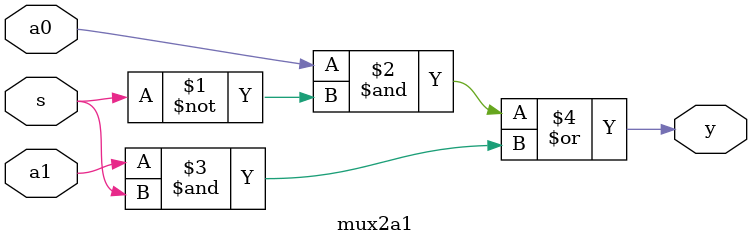
<source format=v>
`timescale 1ns / 1ps


module mux2a1(y, a0, a1, s);
	input a0, a1, s;
	output y;

	assign y = a0 & ~s | a1 & s;
endmodule

</source>
